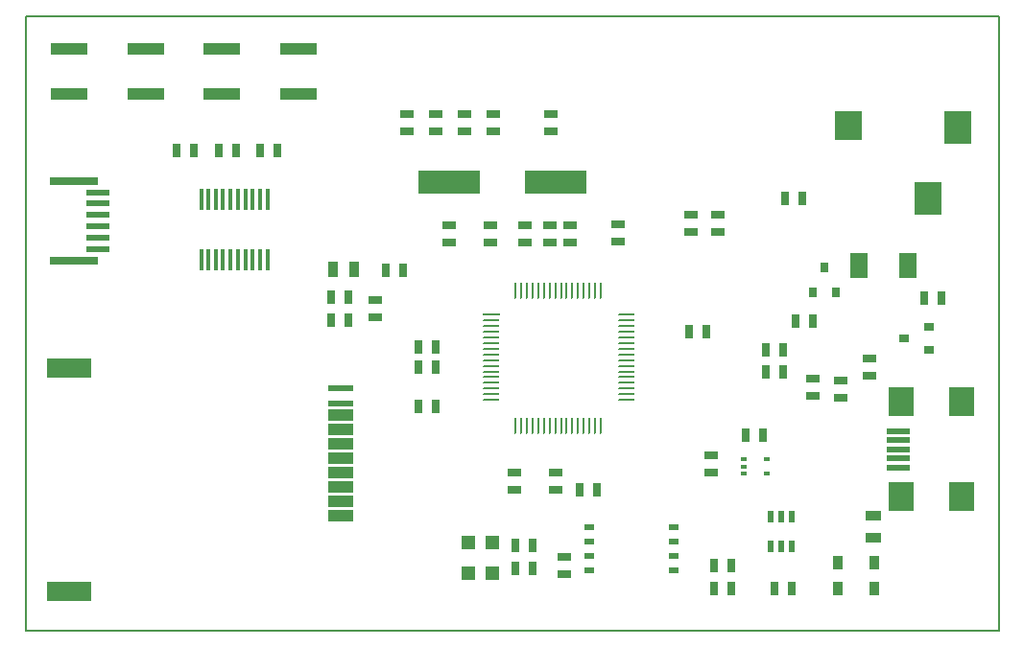
<source format=gtp>
G04 (created by PCBNEW-RS274X (2011-06-08)-testing) date Sa 02 Jul 2011 13:34:50 CEST*
G01*
G70*
G90*
%MOIN*%
G04 Gerber Fmt 3.4, Leading zero omitted, Abs format*
%FSLAX34Y34*%
G04 APERTURE LIST*
%ADD10C,0.006000*%
%ADD11C,0.008000*%
%ADD12R,0.078700X0.023600*%
%ADD13R,0.165400X0.027600*%
%ADD14R,0.094500X0.116100*%
%ADD15R,0.094500X0.104300*%
%ADD16R,0.216500X0.078700*%
%ADD17R,0.045000X0.025000*%
%ADD18R,0.025000X0.045000*%
%ADD19R,0.035000X0.055000*%
%ADD20R,0.055000X0.035000*%
%ADD21R,0.035800X0.048000*%
%ADD22R,0.060000X0.009800*%
%ADD23O,0.060000X0.009800*%
%ADD24O,0.009800X0.060000*%
%ADD25R,0.031500X0.035400*%
%ADD26R,0.035400X0.031500*%
%ADD27R,0.126000X0.039400*%
%ADD28R,0.078700X0.019700*%
%ADD29R,0.086600X0.098400*%
%ADD30R,0.090600X0.039400*%
%ADD31R,0.090600X0.019700*%
%ADD32R,0.157500X0.066900*%
%ADD33R,0.016000X0.074800*%
%ADD34R,0.020000X0.012000*%
%ADD35R,0.023600X0.043300*%
%ADD36R,0.059800X0.090600*%
%ADD37R,0.047200X0.047200*%
%ADD38R,0.037900X0.019700*%
G04 APERTURE END LIST*
G54D10*
G54D11*
X14450Y-56300D02*
X14450Y-34950D01*
X48250Y-56300D02*
X14450Y-56300D01*
X48250Y-34950D02*
X48250Y-56300D01*
X15250Y-34950D02*
X48250Y-34950D01*
X14450Y-34950D02*
X15250Y-34950D01*
G54D12*
X16947Y-41066D03*
X16947Y-41459D03*
X16947Y-41853D03*
X16947Y-42247D03*
X16947Y-42641D03*
X16947Y-43034D03*
G54D13*
X16120Y-40672D03*
X16120Y-43428D03*
G54D14*
X46843Y-38811D03*
X45780Y-41281D03*
G54D15*
X43024Y-38752D03*
G54D16*
X32850Y-40700D03*
X29150Y-40700D03*
G54D17*
X33178Y-53736D03*
X33178Y-54336D03*
G54D18*
X33687Y-51400D03*
X34287Y-51400D03*
X41795Y-45537D03*
X41195Y-45537D03*
X32050Y-53350D03*
X31450Y-53350D03*
X32050Y-54150D03*
X31450Y-54150D03*
X40842Y-41267D03*
X41442Y-41267D03*
X25050Y-44700D03*
X25650Y-44700D03*
X40150Y-46550D03*
X40750Y-46550D03*
X40150Y-47300D03*
X40750Y-47300D03*
G54D17*
X32700Y-38350D03*
X32700Y-38950D03*
X30700Y-38350D03*
X30700Y-38950D03*
X29700Y-38350D03*
X29700Y-38950D03*
X28700Y-38350D03*
X28700Y-38950D03*
X27700Y-38350D03*
X27700Y-38950D03*
X42750Y-48200D03*
X42750Y-47600D03*
X43750Y-47450D03*
X43750Y-46850D03*
G54D18*
X46250Y-44750D03*
X45650Y-44750D03*
X27551Y-43763D03*
X26951Y-43763D03*
X38350Y-54050D03*
X38950Y-54050D03*
X38348Y-54857D03*
X38948Y-54857D03*
G54D17*
X35015Y-42785D03*
X35015Y-42185D03*
X32850Y-50800D03*
X32850Y-51400D03*
X29150Y-42200D03*
X29150Y-42800D03*
X31800Y-42800D03*
X31800Y-42200D03*
G54D18*
X28700Y-48500D03*
X28100Y-48500D03*
G54D17*
X30600Y-42800D03*
X30600Y-42200D03*
G54D18*
X41050Y-54850D03*
X40450Y-54850D03*
G54D17*
X38500Y-42450D03*
X38500Y-41850D03*
G54D18*
X28700Y-47150D03*
X28100Y-47150D03*
G54D17*
X37550Y-42450D03*
X37550Y-41850D03*
G54D18*
X25650Y-45500D03*
X25050Y-45500D03*
G54D17*
X33350Y-42800D03*
X33350Y-42200D03*
G54D18*
X37500Y-45900D03*
X38100Y-45900D03*
G54D17*
X26600Y-45400D03*
X26600Y-44800D03*
X41800Y-48150D03*
X41800Y-47550D03*
X31420Y-50809D03*
X31420Y-51409D03*
X32647Y-42804D03*
X32647Y-42204D03*
G54D18*
X28700Y-46450D03*
X28100Y-46450D03*
G54D19*
X25870Y-43753D03*
X25120Y-43753D03*
G54D20*
X43900Y-52325D03*
X43900Y-53075D03*
G54D21*
X42655Y-54850D03*
X43945Y-54850D03*
X42655Y-53950D03*
X43945Y-53950D03*
G54D22*
X30639Y-45324D03*
G54D23*
X30639Y-45521D03*
X30639Y-45718D03*
X30639Y-45915D03*
X30639Y-46112D03*
X30639Y-46308D03*
X30639Y-46505D03*
X30639Y-46702D03*
X30639Y-46899D03*
X30639Y-47096D03*
X30639Y-47293D03*
X30639Y-47489D03*
X30639Y-47686D03*
X30639Y-47883D03*
X30639Y-48080D03*
X30639Y-48277D03*
G54D24*
X31474Y-49175D03*
X31671Y-49175D03*
X31868Y-49175D03*
X32065Y-49175D03*
X32262Y-49175D03*
X32458Y-49175D03*
X32655Y-49175D03*
X32852Y-49175D03*
X33049Y-49175D03*
X33246Y-49175D03*
X33443Y-49175D03*
X33639Y-49175D03*
X33836Y-49175D03*
X34033Y-49175D03*
X34230Y-49175D03*
X34427Y-49175D03*
G54D23*
X35325Y-48277D03*
X35325Y-48080D03*
X35325Y-47883D03*
X35325Y-47686D03*
X35325Y-47489D03*
X35325Y-47293D03*
X35325Y-47096D03*
X35325Y-46899D03*
X35325Y-46702D03*
X35325Y-46505D03*
X35325Y-46308D03*
X35325Y-46112D03*
X35325Y-45915D03*
X35325Y-45718D03*
X35325Y-45521D03*
X35325Y-45324D03*
G54D24*
X34427Y-44489D03*
X34230Y-44489D03*
X33836Y-44489D03*
X34033Y-44482D03*
X33639Y-44489D03*
X33443Y-44489D03*
X33246Y-44489D03*
X33049Y-44489D03*
X32852Y-44489D03*
X32655Y-44489D03*
X32461Y-44489D03*
X32264Y-44489D03*
X32067Y-44489D03*
X31870Y-44489D03*
X31674Y-44489D03*
X31477Y-44489D03*
G54D25*
X41806Y-44533D03*
X42594Y-44533D03*
X42200Y-43667D03*
G54D26*
X45833Y-46544D03*
X45833Y-45756D03*
X44967Y-46150D03*
G54D27*
X18639Y-36063D03*
X18639Y-37637D03*
X15961Y-37637D03*
X15961Y-36063D03*
X23939Y-36063D03*
X23939Y-37637D03*
X21261Y-37637D03*
X21261Y-36063D03*
G54D28*
X44764Y-50315D03*
X44764Y-50000D03*
X44764Y-49685D03*
X44764Y-49370D03*
X44764Y-50630D03*
G54D29*
X44863Y-51654D03*
X44863Y-48346D03*
X46949Y-51654D03*
X46949Y-48346D03*
G54D30*
X25403Y-52294D03*
X25403Y-51794D03*
X25403Y-50794D03*
X25403Y-51294D03*
X25403Y-50294D03*
X25403Y-49794D03*
X25403Y-49294D03*
X25403Y-48794D03*
G54D31*
X25403Y-48400D03*
X25403Y-47889D03*
G54D32*
X15954Y-47172D03*
X15954Y-54928D03*
G54D33*
X22850Y-41300D03*
X22600Y-41300D03*
X22340Y-41300D03*
X22080Y-41300D03*
X21830Y-41300D03*
X21570Y-41300D03*
X21310Y-41300D03*
X21060Y-41300D03*
X20800Y-41300D03*
X20550Y-41300D03*
X20550Y-43400D03*
X20800Y-43400D03*
X21060Y-43400D03*
X21310Y-43400D03*
X21570Y-43400D03*
X21830Y-43400D03*
X22080Y-43400D03*
X22340Y-43400D03*
X22600Y-43400D03*
X22850Y-43400D03*
G54D18*
X40050Y-49500D03*
X39450Y-49500D03*
X23200Y-39600D03*
X22600Y-39600D03*
X21150Y-39600D03*
X21750Y-39600D03*
X19700Y-39600D03*
X20300Y-39600D03*
G54D17*
X38250Y-50200D03*
X38250Y-50800D03*
G54D34*
X39400Y-50350D03*
X39400Y-50850D03*
X40200Y-50350D03*
X39400Y-50600D03*
X40200Y-50850D03*
G54D35*
X40326Y-53362D03*
X40700Y-53362D03*
X41074Y-53362D03*
X40326Y-52338D03*
X40700Y-52338D03*
X41074Y-52338D03*
G54D36*
X45089Y-43600D03*
X43411Y-43600D03*
G54D37*
X30663Y-54300D03*
X29837Y-54300D03*
X30663Y-53250D03*
X29837Y-53250D03*
G54D38*
X36955Y-52700D03*
X36955Y-54200D03*
X36955Y-53700D03*
X36955Y-53200D03*
X34045Y-54200D03*
X34045Y-53700D03*
X34046Y-53200D03*
X34045Y-52700D03*
M02*

</source>
